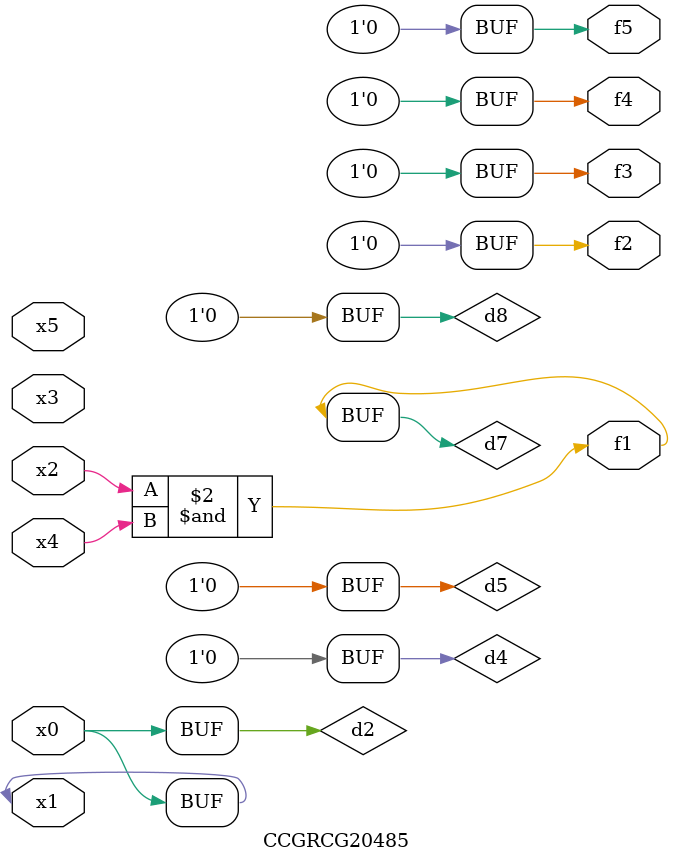
<source format=v>
module CCGRCG20485(
	input x0, x1, x2, x3, x4, x5,
	output f1, f2, f3, f4, f5
);

	wire d1, d2, d3, d4, d5, d6, d7, d8, d9;

	nand (d1, x1);
	buf (d2, x0, x1);
	nand (d3, x2, x4);
	and (d4, d1, d2);
	and (d5, d1, d2);
	nand (d6, d1, d3);
	not (d7, d3);
	xor (d8, d5);
	nor (d9, d5, d6);
	assign f1 = d7;
	assign f2 = d8;
	assign f3 = d8;
	assign f4 = d8;
	assign f5 = d8;
endmodule

</source>
